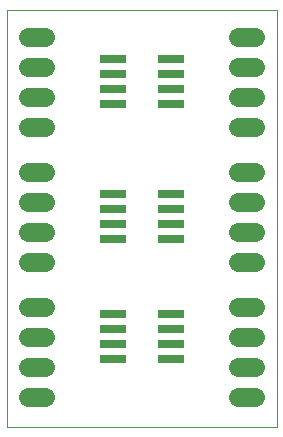
<source format=gts>
G75*
%MOIN*%
%OFA0B0*%
%FSLAX25Y25*%
%IPPOS*%
%LPD*%
%AMOC8*
5,1,8,0,0,1.08239X$1,22.5*
%
%ADD10C,0.00000*%
%ADD11C,0.06400*%
%ADD12R,0.08600X0.03000*%
D10*
X0004167Y0001000D02*
X0004167Y0139701D01*
X0094088Y0139701D01*
X0094088Y0001000D01*
X0004167Y0001000D01*
D11*
X0011367Y0011000D02*
X0016967Y0011000D01*
X0016967Y0021000D02*
X0011367Y0021000D01*
X0011367Y0031000D02*
X0016967Y0031000D01*
X0016967Y0041000D02*
X0011367Y0041000D01*
X0011367Y0056000D02*
X0016967Y0056000D01*
X0016967Y0066000D02*
X0011367Y0066000D01*
X0011367Y0076000D02*
X0016967Y0076000D01*
X0016967Y0086000D02*
X0011367Y0086000D01*
X0011367Y0101000D02*
X0016967Y0101000D01*
X0016967Y0111000D02*
X0011367Y0111000D01*
X0011367Y0121000D02*
X0016967Y0121000D01*
X0016967Y0131000D02*
X0011367Y0131000D01*
X0081367Y0131000D02*
X0086967Y0131000D01*
X0086967Y0121000D02*
X0081367Y0121000D01*
X0081367Y0111000D02*
X0086967Y0111000D01*
X0086967Y0101000D02*
X0081367Y0101000D01*
X0081367Y0086000D02*
X0086967Y0086000D01*
X0086967Y0076000D02*
X0081367Y0076000D01*
X0081367Y0066000D02*
X0086967Y0066000D01*
X0086967Y0056000D02*
X0081367Y0056000D01*
X0081367Y0041000D02*
X0086967Y0041000D01*
X0086967Y0031000D02*
X0081367Y0031000D01*
X0081367Y0021000D02*
X0086967Y0021000D01*
X0086967Y0011000D02*
X0081367Y0011000D01*
D12*
X0058867Y0023500D03*
X0058867Y0028500D03*
X0058867Y0033500D03*
X0058867Y0038500D03*
X0058867Y0063500D03*
X0058867Y0068500D03*
X0058867Y0073500D03*
X0058867Y0078500D03*
X0039467Y0078500D03*
X0039467Y0073500D03*
X0039467Y0068500D03*
X0039467Y0063500D03*
X0039467Y0038500D03*
X0039467Y0033500D03*
X0039467Y0028500D03*
X0039467Y0023500D03*
X0039467Y0108500D03*
X0039467Y0113500D03*
X0039467Y0118500D03*
X0039467Y0123500D03*
X0058867Y0123500D03*
X0058867Y0118500D03*
X0058867Y0113500D03*
X0058867Y0108500D03*
M02*

</source>
